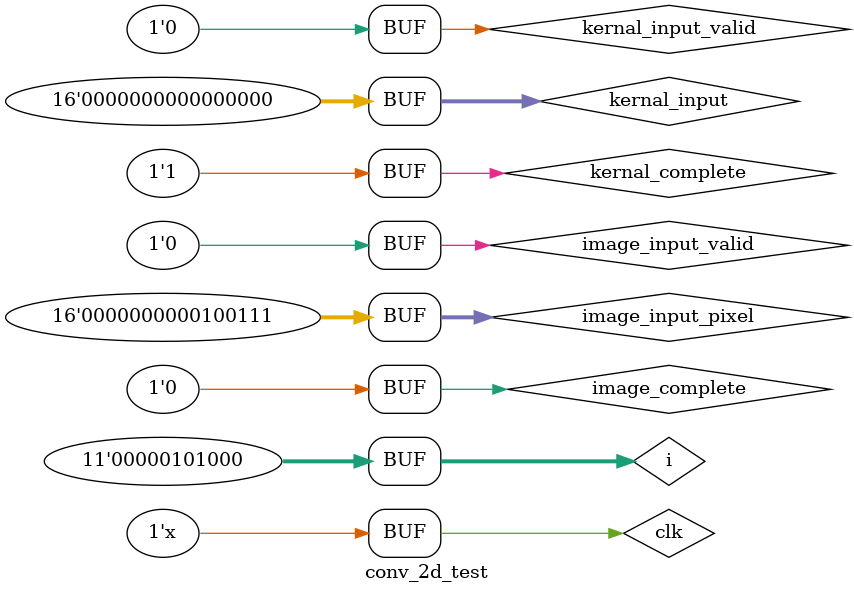
<source format=v>
`timescale 1ns / 1ps


module conv_2d_test;

	// Inputs
	reg [15:0] image_input_pixel;
	reg [15:0] kernal_input;
	reg kernal_input_valid;
	reg image_input_valid;
	reg kernal_complete;
	reg image_complete;
	reg clk;
	reg [10:0] i;
	// Outputs
	wire [31:0] conv_output_pixel;

	// Instantiate the Unit Under Test (UUT)
	conv_2d uut (
		.image_input_pixel(image_input_pixel), 
		.kernal_input(kernal_input), 
		.kernal_input_valid(kernal_input_valid), 
		.image_input_valid(image_input_valid), 
		.kernal_complete(kernal_complete), 
		.image_complete(image_complete), 
		.clk(clk), 
		.conv_output_pixel(conv_output_pixel)
	);

	initial begin
		// Initialize Inputs
		image_input_pixel = 0;
		kernal_input = 0;
		kernal_input_valid = 0;
		image_input_valid = 0;
		kernal_complete = 0;
		image_complete = 0;
		clk = 0;
		i=0;
		

		// Wait 100 ns for global reset to finish
		#100;
		kernal_complete=1;
				for(i=1;i<40;i=i+1)
					begin
						#10
						image_input_pixel=i;			
					end
        kernal_complete=1;
		  
		// Add stimulus here

	end
      
			always 
			begin
			#5 clk=~clk;
	
		end
		
		
endmodule


</source>
